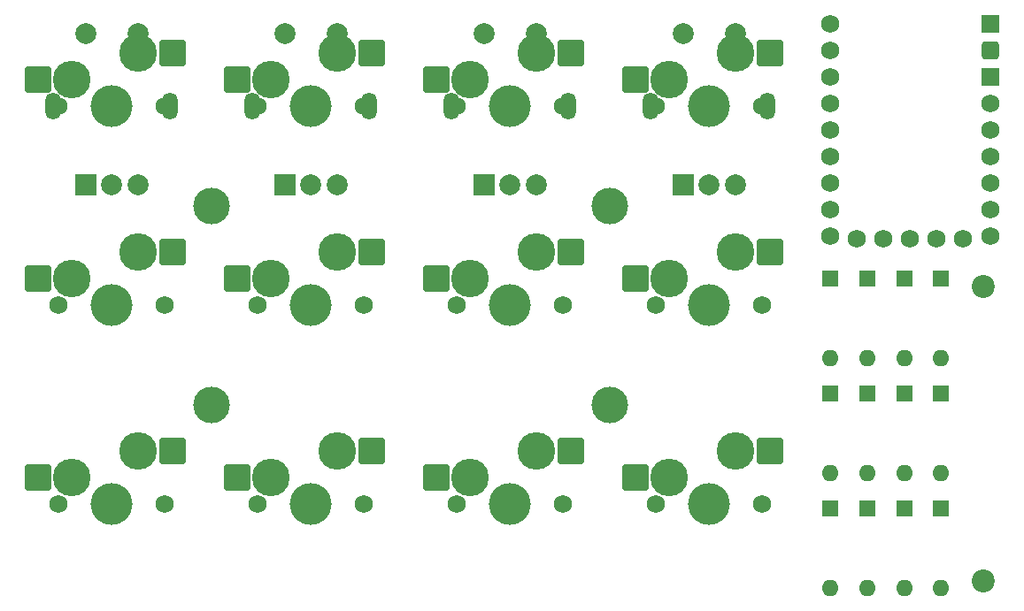
<source format=gbr>
%TF.GenerationSoftware,KiCad,Pcbnew,7.0.5*%
%TF.CreationDate,2023-11-04T19:54:29+08:00*%
%TF.ProjectId,Three2One,54687265-6532-44f6-9e65-2e6b69636164,rev?*%
%TF.SameCoordinates,Original*%
%TF.FileFunction,Soldermask,Bot*%
%TF.FilePolarity,Negative*%
%FSLAX46Y46*%
G04 Gerber Fmt 4.6, Leading zero omitted, Abs format (unit mm)*
G04 Created by KiCad (PCBNEW 7.0.5) date 2023-11-04 19:54:29*
%MOMM*%
%LPD*%
G01*
G04 APERTURE LIST*
G04 Aperture macros list*
%AMRoundRect*
0 Rectangle with rounded corners*
0 $1 Rounding radius*
0 $2 $3 $4 $5 $6 $7 $8 $9 X,Y pos of 4 corners*
0 Add a 4 corners polygon primitive as box body*
4,1,4,$2,$3,$4,$5,$6,$7,$8,$9,$2,$3,0*
0 Add four circle primitives for the rounded corners*
1,1,$1+$1,$2,$3*
1,1,$1+$1,$4,$5*
1,1,$1+$1,$6,$7*
1,1,$1+$1,$8,$9*
0 Add four rect primitives between the rounded corners*
20,1,$1+$1,$2,$3,$4,$5,0*
20,1,$1+$1,$4,$5,$6,$7,0*
20,1,$1+$1,$6,$7,$8,$9,0*
20,1,$1+$1,$8,$9,$2,$3,0*%
G04 Aperture macros list end*
%ADD10R,1.600000X1.600000*%
%ADD11O,1.600000X1.600000*%
%ADD12C,2.200000*%
%ADD13RoundRect,0.250000X-1.025000X-1.000000X1.025000X-1.000000X1.025000X1.000000X-1.025000X1.000000X0*%
%ADD14O,1.500000X2.600000*%
%ADD15C,1.750000*%
%ADD16C,4.000000*%
%ADD17R,2.000000X2.000000*%
%ADD18C,2.000000*%
%ADD19C,3.600000*%
%ADD20C,3.500000*%
%ADD21R,1.752600X1.752600*%
%ADD22RoundRect,0.438150X0.438150X0.438150X-0.438150X0.438150X-0.438150X-0.438150X0.438150X-0.438150X0*%
%ADD23C,1.752600*%
G04 APERTURE END LIST*
D10*
%TO.C,D5*%
X148335000Y-62765000D03*
D11*
X148335000Y-70365000D03*
%TD*%
D10*
%TO.C,D10*%
X151885000Y-73765000D03*
D11*
X151885000Y-81365000D03*
%TD*%
D12*
%TO.C,H6*%
X163005000Y-80675000D03*
%TD*%
D10*
%TO.C,D11*%
X155435000Y-73765000D03*
D11*
X155435000Y-81365000D03*
%TD*%
D13*
%TO.C,RE3*%
X110655000Y-32710000D03*
D14*
X112140000Y-35250000D03*
D15*
X112660000Y-35250000D03*
D16*
X117740000Y-35250000D03*
D15*
X122820000Y-35250000D03*
D14*
X123340000Y-35250000D03*
D13*
X123582000Y-30170000D03*
D17*
X115240000Y-42750000D03*
D18*
X120240000Y-42750000D03*
X117740000Y-42750000D03*
X120240000Y-28250000D03*
D19*
X120280000Y-30170000D03*
X113930000Y-32710000D03*
D18*
X115240000Y-28250000D03*
%TD*%
D13*
%TO.C,RE4*%
X129705000Y-32710000D03*
D14*
X131190000Y-35250000D03*
D15*
X131710000Y-35250000D03*
D16*
X136790000Y-35250000D03*
D15*
X141870000Y-35250000D03*
D14*
X142390000Y-35250000D03*
D13*
X142632000Y-30170000D03*
D17*
X134290000Y-42750000D03*
D18*
X139290000Y-42750000D03*
X136790000Y-42750000D03*
X139290000Y-28250000D03*
D19*
X139330000Y-30170000D03*
X132980000Y-32710000D03*
D18*
X134290000Y-28250000D03*
%TD*%
D12*
%TO.C,H5*%
X163005000Y-52475000D03*
%TD*%
D10*
%TO.C,D8*%
X158985000Y-62765000D03*
D11*
X158985000Y-70365000D03*
%TD*%
D13*
%TO.C,SW9*%
X72555000Y-70810000D03*
D15*
X74560000Y-73350000D03*
D16*
X79640000Y-73350000D03*
D15*
X84720000Y-73350000D03*
D13*
X85482000Y-68270000D03*
D19*
X75830000Y-70810000D03*
X82180000Y-68270000D03*
%TD*%
D20*
%TO.C,H2*%
X127265000Y-44775000D03*
%TD*%
D13*
%TO.C,SW6*%
X91605000Y-51760000D03*
D15*
X93610000Y-54300000D03*
D16*
X98690000Y-54300000D03*
D15*
X103770000Y-54300000D03*
D13*
X104532000Y-49220000D03*
D19*
X94880000Y-51760000D03*
X101230000Y-49220000D03*
%TD*%
D13*
%TO.C,SW8*%
X129705000Y-51760000D03*
D15*
X131710000Y-54300000D03*
D16*
X136790000Y-54300000D03*
D15*
X141870000Y-54300000D03*
D13*
X142632000Y-49220000D03*
D19*
X132980000Y-51760000D03*
X139330000Y-49220000D03*
%TD*%
D20*
%TO.C,H4*%
X127265000Y-63825000D03*
%TD*%
D10*
%TO.C,D6*%
X151885000Y-62765000D03*
D11*
X151885000Y-70365000D03*
%TD*%
D13*
%TO.C,RE1*%
X72555000Y-32710000D03*
D14*
X74040000Y-35250000D03*
D15*
X74560000Y-35250000D03*
D16*
X79640000Y-35250000D03*
D15*
X84720000Y-35250000D03*
D14*
X85240000Y-35250000D03*
D13*
X85482000Y-30170000D03*
D17*
X77140000Y-42750000D03*
D18*
X82140000Y-42750000D03*
X79640000Y-42750000D03*
X82140000Y-28250000D03*
D19*
X82180000Y-30170000D03*
X75830000Y-32710000D03*
D18*
X77140000Y-28250000D03*
%TD*%
D10*
%TO.C,D9*%
X148335000Y-73765000D03*
D11*
X148335000Y-81365000D03*
%TD*%
D10*
%TO.C,D2*%
X151885000Y-51765000D03*
D11*
X151885000Y-59365000D03*
%TD*%
D10*
%TO.C,D3*%
X155435000Y-51765000D03*
D11*
X155435000Y-59365000D03*
%TD*%
D10*
%TO.C,D7*%
X155435000Y-62765000D03*
D11*
X155435000Y-70365000D03*
%TD*%
D13*
%TO.C,SW12*%
X129705000Y-70810000D03*
D15*
X131710000Y-73350000D03*
D16*
X136790000Y-73350000D03*
D15*
X141870000Y-73350000D03*
D13*
X142632000Y-68270000D03*
D19*
X132980000Y-70810000D03*
X139330000Y-68270000D03*
%TD*%
D13*
%TO.C,SW10*%
X91605000Y-70810000D03*
D15*
X93610000Y-73350000D03*
D16*
X98690000Y-73350000D03*
D15*
X103770000Y-73350000D03*
D13*
X104532000Y-68270000D03*
D19*
X94880000Y-70810000D03*
X101230000Y-68270000D03*
%TD*%
D13*
%TO.C,RE2*%
X91605000Y-32710000D03*
D14*
X93090000Y-35250000D03*
D15*
X93610000Y-35250000D03*
D16*
X98690000Y-35250000D03*
D15*
X103770000Y-35250000D03*
D14*
X104290000Y-35250000D03*
D13*
X104532000Y-30170000D03*
D17*
X96190000Y-42750000D03*
D18*
X101190000Y-42750000D03*
X98690000Y-42750000D03*
X101190000Y-28250000D03*
D19*
X101230000Y-30170000D03*
X94880000Y-32710000D03*
D18*
X96190000Y-28250000D03*
%TD*%
D13*
%TO.C,SW7*%
X110655000Y-51760000D03*
D15*
X112660000Y-54300000D03*
D16*
X117740000Y-54300000D03*
D15*
X122820000Y-54300000D03*
D13*
X123582000Y-49220000D03*
D19*
X113930000Y-51760000D03*
X120280000Y-49220000D03*
%TD*%
D13*
%TO.C,SW11*%
X110655000Y-70810000D03*
D15*
X112660000Y-73350000D03*
D16*
X117740000Y-73350000D03*
D15*
X122820000Y-73350000D03*
D13*
X123582000Y-68270000D03*
D19*
X113930000Y-70810000D03*
X120280000Y-68270000D03*
%TD*%
D13*
%TO.C,SW5*%
X72555000Y-51760000D03*
D15*
X74560000Y-54300000D03*
D16*
X79640000Y-54300000D03*
D15*
X84720000Y-54300000D03*
D13*
X85482000Y-49220000D03*
D19*
X75830000Y-51760000D03*
X82180000Y-49220000D03*
%TD*%
D20*
%TO.C,H1*%
X89165000Y-44775000D03*
%TD*%
%TO.C,H3*%
X89165000Y-63825000D03*
%TD*%
D10*
%TO.C,D1*%
X148335000Y-51765000D03*
D11*
X148335000Y-59365000D03*
%TD*%
D10*
%TO.C,D12*%
X158985000Y-73765000D03*
D11*
X158985000Y-81365000D03*
%TD*%
D10*
%TO.C,D4*%
X158985000Y-51765000D03*
D11*
X158985000Y-59365000D03*
%TD*%
D21*
%TO.C,U1*%
X163685000Y-27315000D03*
D22*
X163685000Y-29855000D03*
D21*
X163685000Y-32395000D03*
D23*
X163685000Y-34935000D03*
X163685000Y-37475000D03*
X163685000Y-40015000D03*
X163685000Y-42555000D03*
X163685000Y-45095000D03*
X163685000Y-47635000D03*
X148335000Y-27315000D03*
X148335000Y-29855000D03*
X148335000Y-32395000D03*
X148335000Y-34935000D03*
X148335000Y-37475000D03*
X148335000Y-40015000D03*
X148335000Y-42555000D03*
X148335000Y-45095000D03*
X148335000Y-47635000D03*
X150930000Y-47955000D03*
X153470000Y-47955000D03*
X156010000Y-47955000D03*
X158550000Y-47955000D03*
X161090000Y-47955000D03*
%TD*%
M02*

</source>
